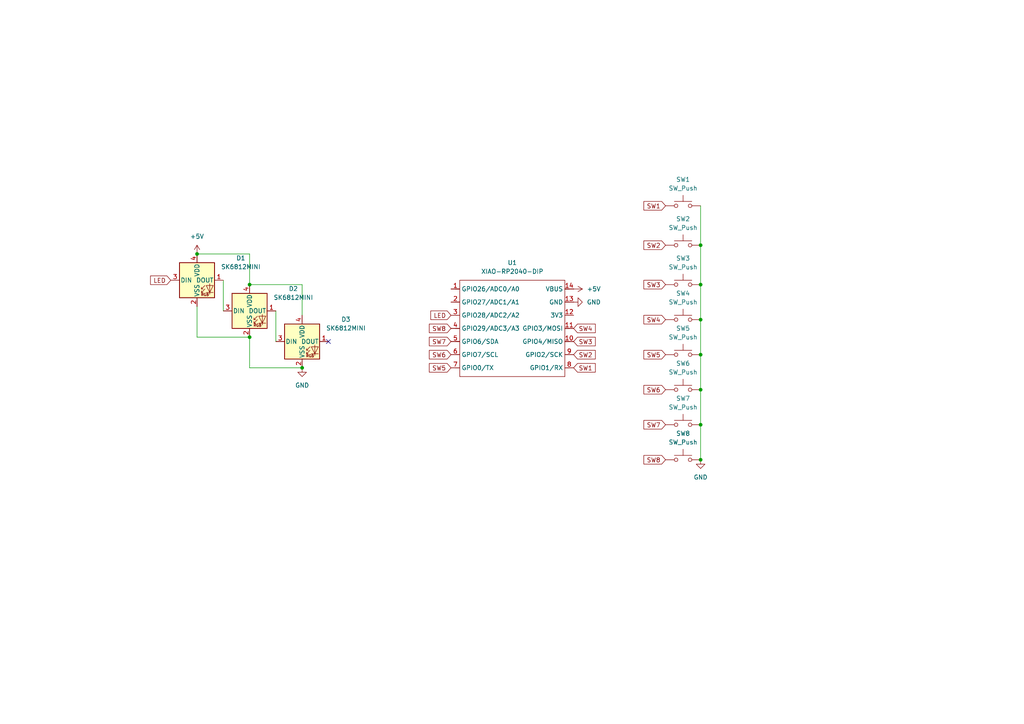
<source format=kicad_sch>
(kicad_sch (version 20250114) (generator "eeschema") (generator_version "9.0")
  (paper "A4")
  (lib_symbols
    (symbol "LED:SK6812MINI" (pin_names (offset 0.254))
      (property "Reference" "D" (at 5.08 5.715 0))
      (property "Value" "SK6812MINI" (at 1.27 -5.715 0))
      (symbol "SK6812MINI_0_0"
        (text "RGB" (at 2.286 -4.191 0) (effects (font (size 0.762 0.762))))
      )
      (symbol "SK6812MINI_0_1"
        (polyline (pts (xy 1.27 -2.54) (xy 1.778 -2.54)))
        (polyline (pts (xy 1.27 -3.556) (xy 1.778 -3.556)))
        (polyline (pts (xy 2.286 -1.524) (xy 1.27 -2.54) (xy 1.27 -2.032)))
        (polyline (pts (xy 2.286 -2.54) (xy 1.27 -3.556) (xy 1.27 -3.048)))
        (polyline (pts (xy 3.683 -1.016) (xy 3.683 -3.556) (xy 3.683 -4.064)))
        (polyline (pts (xy 4.699 -1.524) (xy 2.667 -1.524) (xy 3.683 -3.556) (xy 4.699 -1.524)))
        (polyline (pts (xy 4.699 -3.556) (xy 2.667 -3.556)))
        (rectangle (start 5.08 5.08) (end -5.08 -5.08) (stroke (width 0.254)) (fill (type background)))
      )
      (symbol "SK6812MINI_1_1"
        (pin input line (at -7.62 0 0) (length 2.54) (name "DIN") (number "3"))
        (pin power_in line (at 0 7.62 270) (length 2.54) (name "VDD") (number "4"))
        (pin power_in line (at 0 -7.62 90) (length 2.54) (name "VSS") (number "2"))
        (pin output line (at 7.62 0 180) (length 2.54) (name "DOUT") (number "1"))
      )
    )
    (symbol "OPL:XIAO-RP2040-DIP"
      (property "Reference" "U" (at 0 0 0))
      (property "Value" "XIAO-RP2040-DIP" (at 5.334 -1.778 0))
      (symbol "XIAO-RP2040-DIP_1_0"
        (polyline (pts (xy -1.27 -2.54) (xy 29.21 -2.54)) (stroke (width 0.1524)))
        (polyline (pts (xy -1.27 -5.08) (xy -2.54 -5.08)) (stroke (width 0.1524)))
        (polyline (pts (xy -1.27 -5.08) (xy -1.27 -2.54)) (stroke (width 0.1524)))
        (polyline (pts (xy -1.27 -8.89) (xy -2.54 -8.89)) (stroke (width 0.1524)))
        (polyline (pts (xy -1.27 -8.89) (xy -1.27 -5.08)) (stroke (width 0.1524)))
        (polyline (pts (xy -1.27 -12.7) (xy -2.54 -12.7)) (stroke (width 0.1524)))
        (polyline (pts (xy -1.27 -12.7) (xy -1.27 -8.89)) (stroke (width 0.1524)))
        (polyline (pts (xy -1.27 -16.51) (xy -2.54 -16.51)) (stroke (width 0.1524)))
        (polyline (pts (xy -1.27 -16.51) (xy -1.27 -12.7)) (stroke (width 0.1524)))
        (polyline (pts (xy -1.27 -20.32) (xy -2.54 -20.32)) (stroke (width 0.1524)))
        (polyline (pts (xy -1.27 -24.13) (xy -2.54 -24.13)) (stroke (width 0.1524)))
        (polyline (pts (xy -1.27 -27.94) (xy -2.54 -27.94)) (stroke (width 0.1524)))
        (polyline (pts (xy -1.27 -30.48) (xy -1.27 -16.51)) (stroke (width 0.1524)))
        (polyline (pts (xy 29.21 -2.54) (xy 29.21 -5.08)) (stroke (width 0.1524)))
        (polyline (pts (xy 29.21 -5.08) (xy 29.21 -8.89)) (stroke (width 0.1524)))
        (polyline (pts (xy 29.21 -8.89) (xy 29.21 -12.7)) (stroke (width 0.1524)))
        (polyline (pts (xy 29.21 -12.7) (xy 29.21 -30.48)) (stroke (width 0.1524)))
        (polyline (pts (xy 29.21 -30.48) (xy -1.27 -30.48)) (stroke (width 0.1524)))
        (polyline (pts (xy 30.48 -5.08) (xy 29.21 -5.08)) (stroke (width 0.1524)))
        (polyline (pts (xy 30.48 -8.89) (xy 29.21 -8.89)) (stroke (width 0.1524)))
        (polyline (pts (xy 30.48 -12.7) (xy 29.21 -12.7)) (stroke (width 0.1524)))
        (polyline (pts (xy 30.48 -16.51) (xy 29.21 -16.51)) (stroke (width 0.1524)))
        (polyline (pts (xy 30.48 -20.32) (xy 29.21 -20.32)) (stroke (width 0.1524)))
        (polyline (pts (xy 30.48 -24.13) (xy 29.21 -24.13)) (stroke (width 0.1524)))
        (polyline (pts (xy 30.48 -27.94) (xy 29.21 -27.94)) (stroke (width 0.1524)))
        (pin passive line (at -3.81 -5.08 0) (length 2.54) (name "GPIO26/ADC0/A0") (number "1"))
        (pin passive line (at -3.81 -8.89 0) (length 2.54) (name "GPIO27/ADC1/A1") (number "2"))
        (pin passive line (at -3.81 -12.7 0) (length 2.54) (name "GPIO28/ADC2/A2") (number "3"))
        (pin passive line (at -3.81 -16.51 0) (length 2.54) (name "GPIO29/ADC3/A3") (number "4"))
        (pin passive line (at -3.81 -20.32 0) (length 2.54) (name "GPIO6/SDA") (number "5"))
        (pin passive line (at -3.81 -24.13 0) (length 2.54) (name "GPIO7/SCL") (number "6"))
        (pin passive line (at -3.81 -27.94 0) (length 2.54) (name "GPIO0/TX") (number "7"))
        (pin passive line (at 31.75 -5.08 180) (length 2.54) (name "VBUS") (number "14"))
        (pin passive line (at 31.75 -8.89 180) (length 2.54) (name "GND") (number "13"))
        (pin passive line (at 31.75 -12.7 180) (length 2.54) (name "3V3") (number "12"))
        (pin passive line (at 31.75 -16.51 180) (length 2.54) (name "GPIO3/MOSI") (number "11"))
        (pin passive line (at 31.75 -20.32 180) (length 2.54) (name "GPIO4/MISO") (number "10"))
        (pin passive line (at 31.75 -24.13 180) (length 2.54) (name "GPIO2/SCK") (number "9"))
        (pin passive line (at 31.75 -27.94 180) (length 2.54) (name "GPIO1/RX") (number "8"))
      )
    )
    (symbol "Switch:SW_Push" (pin_numbers (hide yes)) (pin_names (offset 1.016) (hide yes))
      (property "Reference" "SW" (at 1.27 2.54 0))
      (property "Value" "SW_Push" (at 0 -1.524 0))
      (symbol "SW_Push_0_1"
        (circle (center -2.032 0) (radius 0.508))
        (polyline (pts (xy 0 1.27) (xy 0 3.048)))
        (circle (center 2.032 0) (radius 0.508))
        (polyline (pts (xy 2.54 1.27) (xy -2.54 1.27)))
        (pin passive line (at -5.08 0 0) (length 2.54) (name "1") (number "1"))
        (pin passive line (at 5.08 0 180) (length 2.54) (name "2") (number "2"))
      )
    )
    (symbol "power:+5V" (power) (pin_numbers (hide yes)) (pin_names (offset 0) (hide yes))
      (property "Value" "+5V" (at 0 3.556 0))
      (symbol "+5V_0_1"
        (polyline (pts (xy -0.762 1.27) (xy 0 2.54)))
        (polyline (pts (xy 0 2.54) (xy 0.762 1.27)))
        (polyline (pts (xy 0 0) (xy 0 2.54)))
      )
      (symbol "+5V_1_1"
        (pin power_in line (at 0 0 90) (length 0) (name "~") (number "1"))
      )
    )
    (symbol "power:GND" (power) (pin_numbers (hide yes)) (pin_names (offset 0) (hide yes))
      (property "Value" "GND" (at 0 -3.81 0))
      (symbol "GND_0_1"
        (polyline (pts (xy 0 0) (xy 0 -1.27) (xy 1.27 -1.27) (xy 0 -2.54) (xy -1.27 -1.27) (xy 0 -1.27)))
      )
      (symbol "GND_1_1"
        (pin power_in line (at 0 0 270) (length 0) (name "~") (number "1"))
      )
    )
  )
  (junction (at 203.2 102.87))
  (junction (at 57.15 73.66))
  (junction (at 203.2 133.35))
  (junction (at 203.2 82.55))
  (junction (at 203.2 123.19))
  (junction (at 203.2 71.12))
  (junction (at 72.39 97.79))
  (junction (at 203.2 92.71))
  (junction (at 203.2 113.03))
  (junction (at 87.63 106.68))
  (junction (at 72.39 82.55))
  (no_connect (at 95.25 99.06))
  (wire (pts (xy 203.2 59.69) (xy 203.2 71.12)))
  (wire (pts (xy 87.63 91.44) (xy 87.63 82.55)))
  (wire (pts (xy 80.01 90.17) (xy 80.01 99.06)))
  (wire (pts (xy 57.15 88.9) (xy 57.15 97.79)))
  (wire (pts (xy 203.2 102.87) (xy 203.2 113.03)))
  (wire (pts (xy 57.15 73.66) (xy 72.39 73.66)))
  (wire (pts (xy 87.63 106.68) (xy 72.39 106.68)))
  (wire (pts (xy 203.2 123.19) (xy 203.2 133.35)))
  (wire (pts (xy 72.39 106.68) (xy 72.39 97.79)))
  (wire (pts (xy 57.15 97.79) (xy 72.39 97.79)))
  (wire (pts (xy 72.39 73.66) (xy 72.39 82.55)))
  (wire (pts (xy 203.2 82.55) (xy 203.2 92.71)))
  (wire (pts (xy 203.2 113.03) (xy 203.2 123.19)))
  (wire (pts (xy 64.77 81.28) (xy 64.77 90.17)))
  (wire (pts (xy 203.2 92.71) (xy 203.2 102.87)))
  (wire (pts (xy 203.2 71.12) (xy 203.2 82.55)))
  (wire (pts (xy 72.39 82.55) (xy 87.63 82.55)))
  (global_label "SW7" (shape input) (at 130.81 99.06 180) (property "Intersheetrefs" "${INTERSHEET_REFS}" (effects (hide yes))))
  (global_label "SW3" (shape input) (at 193.04 82.55 180) (property "Intersheetrefs" "${INTERSHEET_REFS}" (effects (hide yes))))
  (global_label "SW1" (shape input) (at 193.04 59.69 180) (property "Intersheetrefs" "${INTERSHEET_REFS}" (effects (hide yes))))
  (global_label "SW2" (shape input) (at 166.37 102.87 0) (property "Intersheetrefs" "${INTERSHEET_REFS}" (effects (hide yes))))
  (global_label "SW5" (shape input) (at 193.04 102.87 180) (property "Intersheetrefs" "${INTERSHEET_REFS}" (effects (hide yes))))
  (global_label "SW8" (shape input) (at 130.81 95.25 180) (property "Intersheetrefs" "${INTERSHEET_REFS}" (effects (hide yes))))
  (global_label "SW1" (shape input) (at 166.37 106.68 0) (property "Intersheetrefs" "${INTERSHEET_REFS}" (effects (hide yes))))
  (global_label "SW6" (shape input) (at 193.04 113.03 180) (property "Intersheetrefs" "${INTERSHEET_REFS}" (effects (hide yes))))
  (global_label "SW4" (shape input) (at 193.04 92.71 180) (property "Intersheetrefs" "${INTERSHEET_REFS}" (effects (hide yes))))
  (global_label "SW3" (shape input) (at 166.37 99.06 0) (property "Intersheetrefs" "${INTERSHEET_REFS}" (effects (hide yes))))
  (global_label "SW4" (shape input) (at 166.37 95.25 0) (property "Intersheetrefs" "${INTERSHEET_REFS}" (effects (hide yes))))
  (global_label "SW7" (shape input) (at 193.04 123.19 180) (property "Intersheetrefs" "${INTERSHEET_REFS}" (effects (hide yes))))
  (global_label "SW5" (shape input) (at 130.81 106.68 180) (property "Intersheetrefs" "${INTERSHEET_REFS}" (effects (hide yes))))
  (global_label "SW2" (shape input) (at 193.04 71.12 180) (property "Intersheetrefs" "${INTERSHEET_REFS}" (effects (hide yes))))
  (global_label "LED" (shape input) (at 49.53 81.28 180) (property "Intersheetrefs" "${INTERSHEET_REFS}" (effects (hide yes))))
  (global_label "SW6" (shape input) (at 130.81 102.87 180) (property "Intersheetrefs" "${INTERSHEET_REFS}" (effects (hide yes))))
  (global_label "SW8" (shape input) (at 193.04 133.35 180) (property "Intersheetrefs" "${INTERSHEET_REFS}" (effects (hide yes))))
  (global_label "LED" (shape input) (at 130.81 91.44 180) (property "Intersheetrefs" "${INTERSHEET_REFS}" (effects (hide yes))))
  (symbol (lib_id "Switch:SW_Push") (at 198.12 102.87 0) (unit 1)
    (property "Reference" "SW5" (at 198.12 95.25 0))
    (property "Value" "SW_Push" (at 198.12 97.79 0))
    (property "Footprint" "Button_Switch_Keyboard:SW_Cherry_MX_1.00u_PCB" (effects (hide yes)))
    (property "Description" "Push button switch, generic, two pins" (effects (hide yes)))
  )
  (symbol (lib_id "LED:SK6812MINI") (at 87.63 99.06 0) (unit 1)
    (property "Reference" "D3" (at 100.33 92.6398 0))
    (property "Value" "SK6812MINI" (at 100.33 95.1798 0))
    (property "Footprint" "LED_SMD:LED_SK6812MINI_PLCC4_3.5x3.5mm_P1.75mm" (effects (hide yes)))
    (property "Datasheet" "https://cdn-shop.adafruit.com/product-files/2686/SK6812MINI_REV.01-1-2.pdf" (effects (hide yes)))
    (property "Description" "RGB LED with integrated controller" (effects (hide yes)))
  )
  (symbol (lib_id "LED:SK6812MINI") (at 72.39 90.17 0) (unit 1)
    (property "Reference" "D2" (at 85.09 83.7498 0))
    (property "Value" "SK6812MINI" (at 85.09 86.2898 0))
    (property "Footprint" "LED_SMD:LED_SK6812MINI_PLCC4_3.5x3.5mm_P1.75mm" (effects (hide yes)))
    (property "Datasheet" "https://cdn-shop.adafruit.com/product-files/2686/SK6812MINI_REV.01-1-2.pdf" (effects (hide yes)))
    (property "Description" "RGB LED with integrated controller" (effects (hide yes)))
  )
  (symbol (lib_id "power:GND") (at 87.63 106.68 0) (unit 1)
    (property "Reference" "#PWR02" (effects (hide yes)))
    (property "Value" "GND" (at 87.63 111.76 0))
    (property "Description" "Power symbol creates a global label with name \"GND\" , ground" (effects (hide yes)))
  )
  (symbol (lib_id "Switch:SW_Push") (at 198.12 113.03 0) (unit 1)
    (property "Reference" "SW6" (at 198.12 105.41 0))
    (property "Value" "SW_Push" (at 198.12 107.95 0))
    (property "Footprint" "Button_Switch_Keyboard:SW_Cherry_MX_1.00u_PCB" (effects (hide yes)))
    (property "Description" "Push button switch, generic, two pins" (effects (hide yes)))
  )
  (symbol (lib_id "power:+5V") (at 57.15 73.66 0) (unit 1)
    (property "Reference" "#PWR01" (effects (hide yes)))
    (property "Value" "+5V" (at 57.15 68.58 0))
    (property "Description" "Power symbol creates a global label with name \"+5V\"" (effects (hide yes)))
  )
  (symbol (lib_id "Switch:SW_Push") (at 198.12 59.69 0) (unit 1)
    (property "Reference" "SW1" (at 198.12 52.07 0))
    (property "Value" "SW_Push" (at 198.12 54.61 0))
    (property "Footprint" "Button_Switch_Keyboard:SW_Cherry_MX_1.00u_PCB" (effects (hide yes)))
    (property "Description" "Push button switch, generic, two pins" (effects (hide yes)))
  )
  (symbol (lib_id "Switch:SW_Push") (at 198.12 92.71 0) (unit 1)
    (property "Reference" "SW4" (at 198.12 85.09 0))
    (property "Value" "SW_Push" (at 198.12 87.63 0))
    (property "Footprint" "Button_Switch_Keyboard:SW_Cherry_MX_1.00u_PCB" (effects (hide yes)))
    (property "Description" "Push button switch, generic, two pins" (effects (hide yes)))
  )
  (symbol (lib_id "LED:SK6812MINI") (at 57.15 81.28 0) (unit 1)
    (property "Reference" "D1" (at 69.85 74.8598 0))
    (property "Value" "SK6812MINI" (at 69.85 77.3998 0))
    (property "Footprint" "LED_SMD:LED_SK6812MINI_PLCC4_3.5x3.5mm_P1.75mm" (effects (hide yes)))
    (property "Datasheet" "https://cdn-shop.adafruit.com/product-files/2686/SK6812MINI_REV.01-1-2.pdf" (effects (hide yes)))
    (property "Description" "RGB LED with integrated controller" (effects (hide yes)))
  )
  (symbol (lib_id "OPL:XIAO-RP2040-DIP") (at 134.62 78.74 0) (unit 1)
    (property "Reference" "U1" (at 148.59 76.2 0))
    (property "Value" "XIAO-RP2040-DIP" (at 148.59 78.74 0))
    (property "Footprint" "OPL:XIAO-RP2040-DIP" (effects (hide yes)))
  )
  (symbol (lib_id "Switch:SW_Push") (at 198.12 123.19 0) (unit 1)
    (property "Reference" "SW7" (at 198.12 115.57 0))
    (property "Value" "SW_Push" (at 198.12 118.11 0))
    (property "Footprint" "Button_Switch_Keyboard:SW_Cherry_MX_1.00u_PCB" (effects (hide yes)))
    (property "Description" "Push button switch, generic, two pins" (effects (hide yes)))
  )
  (symbol (lib_id "Switch:SW_Push") (at 198.12 82.55 0) (unit 1)
    (property "Reference" "SW3" (at 198.12 74.93 0))
    (property "Value" "SW_Push" (at 198.12 77.47 0))
    (property "Footprint" "Button_Switch_Keyboard:SW_Cherry_MX_1.00u_PCB" (effects (hide yes)))
    (property "Description" "Push button switch, generic, two pins" (effects (hide yes)))
  )
  (symbol (lib_id "Switch:SW_Push") (at 198.12 71.12 0) (unit 1)
    (property "Reference" "SW2" (at 198.12 63.5 0))
    (property "Value" "SW_Push" (at 198.12 66.04 0))
    (property "Footprint" "Button_Switch_Keyboard:SW_Cherry_MX_1.00u_PCB" (effects (hide yes)))
    (property "Description" "Push button switch, generic, two pins" (effects (hide yes)))
  )
  (symbol (lib_id "Switch:SW_Push") (at 198.12 133.35 0) (unit 1)
    (property "Reference" "SW8" (at 198.12 125.73 0))
    (property "Value" "SW_Push" (at 198.12 128.27 0))
    (property "Footprint" "Button_Switch_Keyboard:SW_Cherry_MX_1.00u_PCB" (effects (hide yes)))
    (property "Description" "Push button switch, generic, two pins" (effects (hide yes)))
  )
  (symbol (lib_id "power:GND") (at 203.2 133.35 0) (unit 1)
    (property "Reference" "#PWR05" (effects (hide yes)))
    (property "Value" "GND" (at 203.2 138.43 0))
    (property "Description" "Power symbol creates a global label with name \"GND\" , ground" (effects (hide yes)))
  )
  (symbol (lib_id "power:GND") (at 166.37 87.63 90) (unit 1)
    (property "Reference" "#PWR03" (effects (hide yes)))
    (property "Value" "GND" (at 170.18 87.6299 90) (effects (justify right)))
    (property "Description" "Power symbol creates a global label with name \"GND\" , ground" (effects (hide yes)))
  )
  (symbol (lib_id "power:+5V") (at 166.37 83.82 270) (unit 1)
    (property "Reference" "#PWR04" (effects (hide yes)))
    (property "Value" "+5V" (at 170.18 83.8199 90) (effects (justify left)))
    (property "Description" "Power symbol creates a global label with name \"+5V\"" (effects (hide yes)))
  )
)
</source>
